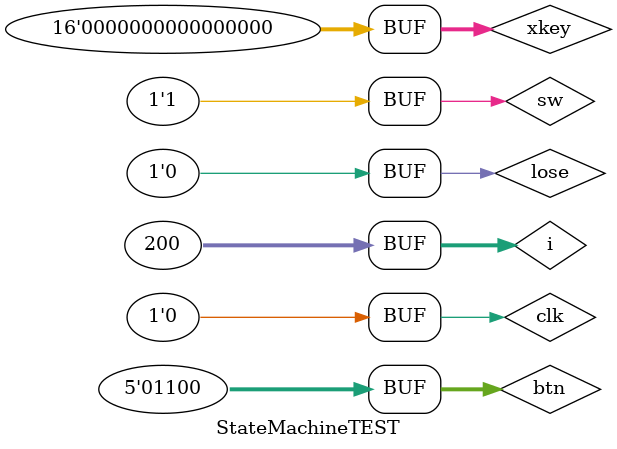
<source format=v>
`timescale 1ns / 1ps


module StateMachineTEST;

	// Inputs
	reg clk;
	reg [15:0] xkey;
	reg sw;
	reg [4:0] btn;
	reg lose;
    
	// Outputs
	wire [3:0] state;
	
	integer i;

	// Instantiate the Unit Under Test (UUT)
	StateMachine uut (
		.clk(clk), 
		.xkey(xkey), 
		.sw(sw), 
		.btn(btn), 
		.lose(lose), 
		.state(state)
	);

	initial begin
		// Initialize Inputs
		clk = 0;
		xkey = 0;
		sw = 0;
		btn = 0;
		lose = 0;

		// Wait 100 ns for global reset to finish
		#100;
        
		// Add stimulus here
		for(i=0;i<200;i=i+1) begin
		#5;clk=~clk;
		if(i==10) btn[3:0] = 4'b0010;
		if(i==20) btn[3:0] = 4'b1010;
		if(i==40) btn[3:0] = 4'b1100;
		
		if(i==80) sw=1;
		if(i==90) xkey=16'h6B6B;
		if(i==100) xkey=xkey == 16'h7575;
		end
	end
      
endmodule


</source>
